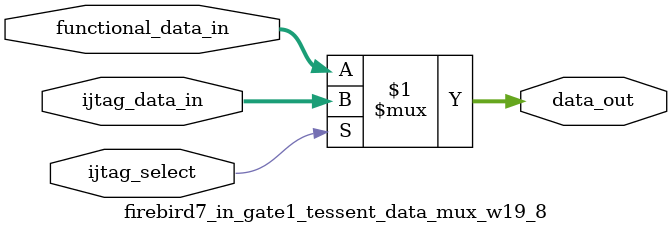
<source format=sv>

module firebird7_in_gate1_tessent_data_mux_w19_8 (
  input wire ijtag_select,
  input wire [18:0]  functional_data_in,
  input wire [18:0]  ijtag_data_in,
  output wire [18:0] data_out
);
assign data_out = (ijtag_select) ? ijtag_data_in : functional_data_in;
endmodule

</source>
